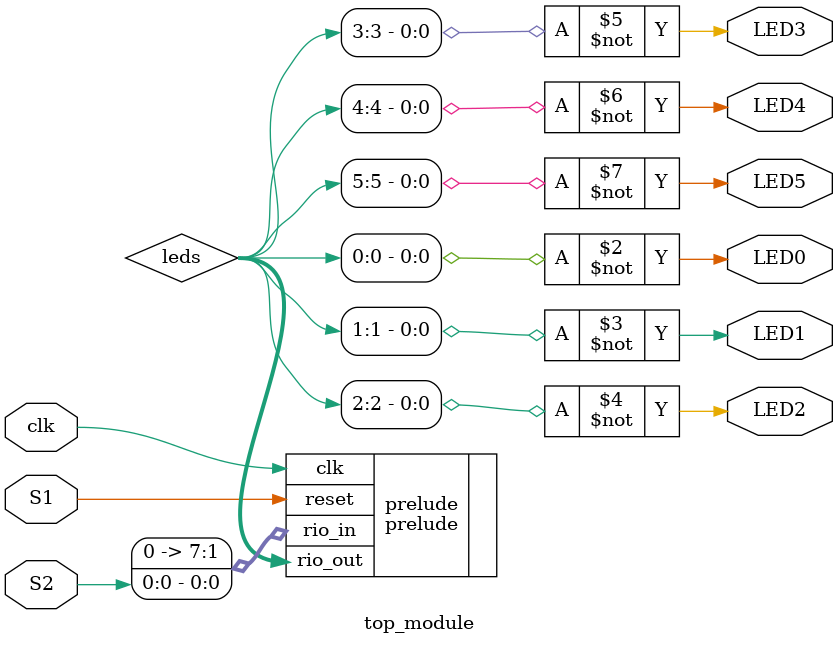
<source format=sv>
module top_module(
    input logic clk,
    input logic S1,
    input logic S2,
    output logic LED0,
    output logic LED1,
    output logic LED2,
    output logic LED3,
    output logic LED4,
    output logic LED5
);

    logic [7:0] leds;

    prelude prelude(
        .clk(clk),
        .reset(S1),
        .rio_in({7'b0, S2}),
        .rio_out(leds)
    );

    always_comb begin
        LED0 = ~leds[0];
        LED1 = ~leds[1];
        LED2 = ~leds[2];
        LED3 = ~leds[3];
        LED4 = ~leds[4];
        LED5 = ~leds[5];
    end

endmodule
</source>
